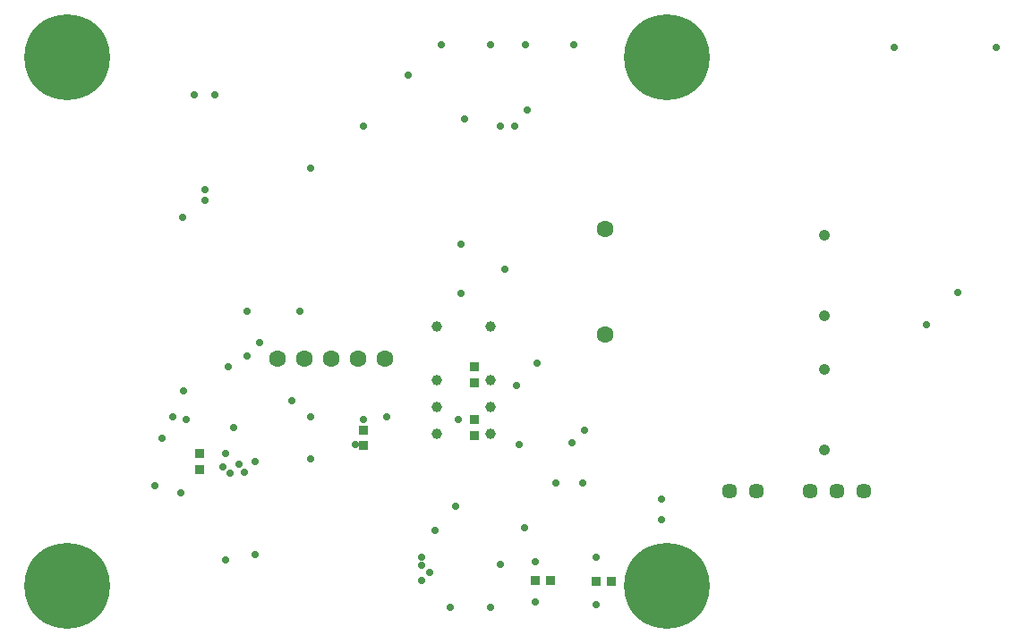
<source format=gbs>
G04*
G04 #@! TF.GenerationSoftware,Altium Limited,Altium Designer,19.0.14 (431)*
G04*
G04 Layer_Color=16711935*
%FSLAX25Y25*%
%MOIN*%
G70*
G01*
G75*
%ADD22R,0.03353X0.03550*%
%ADD25R,0.03550X0.03353*%
%ADD39C,0.05715*%
%ADD40C,0.31896*%
%ADD41C,0.06306*%
%ADD42C,0.04239*%
%ADD43C,0.03943*%
%ADD44C,0.02762*%
D22*
X-111221Y-40354D02*
D03*
Y-46260D02*
D03*
X-172244Y-55118D02*
D03*
Y-49213D02*
D03*
X-69882Y-36417D02*
D03*
Y-42323D02*
D03*
Y-16732D02*
D03*
Y-22638D02*
D03*
D25*
X-24606Y-96656D02*
D03*
X-18701D02*
D03*
X-47244Y-96457D02*
D03*
X-41339D02*
D03*
D39*
X65118Y-62992D02*
D03*
X55118D02*
D03*
X75118D02*
D03*
X35118D02*
D03*
X25118D02*
D03*
D40*
X-221457Y98425D02*
D03*
Y-98425D02*
D03*
X1969D02*
D03*
Y98425D02*
D03*
D41*
X-103032Y-13780D02*
D03*
X-113031D02*
D03*
X-123031D02*
D03*
X-133031D02*
D03*
X-143032D02*
D03*
X-21248Y34449D02*
D03*
Y-4921D02*
D03*
D42*
X60630Y32126D02*
D03*
Y2126D02*
D03*
Y-17874D02*
D03*
Y-47874D02*
D03*
D43*
X-83661Y-21654D02*
D03*
Y-31654D02*
D03*
Y-41654D02*
D03*
X-63661D02*
D03*
Y-31654D02*
D03*
Y-21654D02*
D03*
Y-1654D02*
D03*
X-83661D02*
D03*
D44*
X0Y-66142D02*
D03*
X-130905Y-51220D02*
D03*
X0Y-73603D02*
D03*
X98425Y-1181D02*
D03*
X110236Y10773D02*
D03*
X-33465Y-44985D02*
D03*
X-53150Y-45807D02*
D03*
X-60039Y-90551D02*
D03*
X-75787Y-36417D02*
D03*
X-76772Y-68898D02*
D03*
X-130906Y-35433D02*
D03*
X-177165Y-36417D02*
D03*
X-163386Y-54134D02*
D03*
X-162402Y-49213D02*
D03*
X-160887Y-56590D02*
D03*
X-155512Y-56221D02*
D03*
X-137795Y-29528D02*
D03*
X-111221Y-36417D02*
D03*
X-50197Y78740D02*
D03*
X-154528Y-12795D02*
D03*
X-149661Y-7874D02*
D03*
X-151453Y-52165D02*
D03*
X-111221Y73032D02*
D03*
X-159449Y-39370D02*
D03*
X-161417Y-16732D02*
D03*
X-84646Y-77756D02*
D03*
X-73622Y75524D02*
D03*
X-114173Y-45807D02*
D03*
X-151575Y-86614D02*
D03*
X-179134Y-63892D02*
D03*
X-102362Y-35433D02*
D03*
X-154528Y3937D02*
D03*
X-134843D02*
D03*
X-186024Y-43307D02*
D03*
X-178150Y-25684D02*
D03*
X-89567Y-96457D02*
D03*
X-157480Y-53150D02*
D03*
X-86614Y-93504D02*
D03*
X-89567Y-90746D02*
D03*
Y-87598D02*
D03*
X-182087Y-35433D02*
D03*
X-178346Y39002D02*
D03*
X-188976Y-61024D02*
D03*
X-78740Y-106299D02*
D03*
X-63895D02*
D03*
X-24606Y-105315D02*
D03*
Y-87598D02*
D03*
X-47244Y-104331D02*
D03*
Y-89568D02*
D03*
X-29528Y-60039D02*
D03*
X-39370D02*
D03*
X-51181Y-76772D02*
D03*
X-54134Y-23622D02*
D03*
X-46565Y-15354D02*
D03*
X-28721Y-40354D02*
D03*
X-94488Y92020D02*
D03*
X-50984Y103347D02*
D03*
X-82087D02*
D03*
X-130905Y57087D02*
D03*
X-166339Y84646D02*
D03*
X-174213D02*
D03*
X-170276Y45276D02*
D03*
Y49213D02*
D03*
X-162402Y-88776D02*
D03*
X-74803Y10630D02*
D03*
X-58571Y19685D02*
D03*
X-74803Y28740D02*
D03*
X-32874Y103347D02*
D03*
X-54724Y73032D02*
D03*
X-60236D02*
D03*
X-63976Y103347D02*
D03*
X86614Y102363D02*
D03*
X124521D02*
D03*
M02*

</source>
